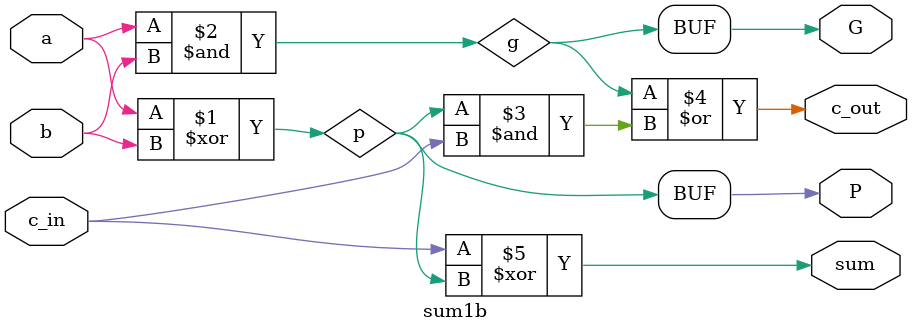
<source format=v>
`timescale 1ns / 1ps


module sum1b(
    input a, b,
    input c_in,
    output sum,
    output P, G,
    output c_out
    );
    
    wire p, g;
    
    assign p = a ^ b;
    assign g = a & b;
    
    assign c_out = g | (p & c_in);
    
    assign P = p;
    assign G = g;
    
    assign sum = c_in ^ p;
        
endmodule

</source>
